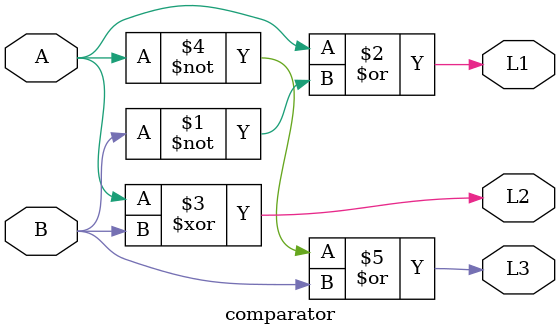
<source format=v>
module comparator(
	input wire A,
	input wire B,
	output wire L1,
	output wire L2,
	output wire L3
);

assign L1=A|(~B);

assign L2=A^B;

assign L3=~A|B;

endmodule
</source>
